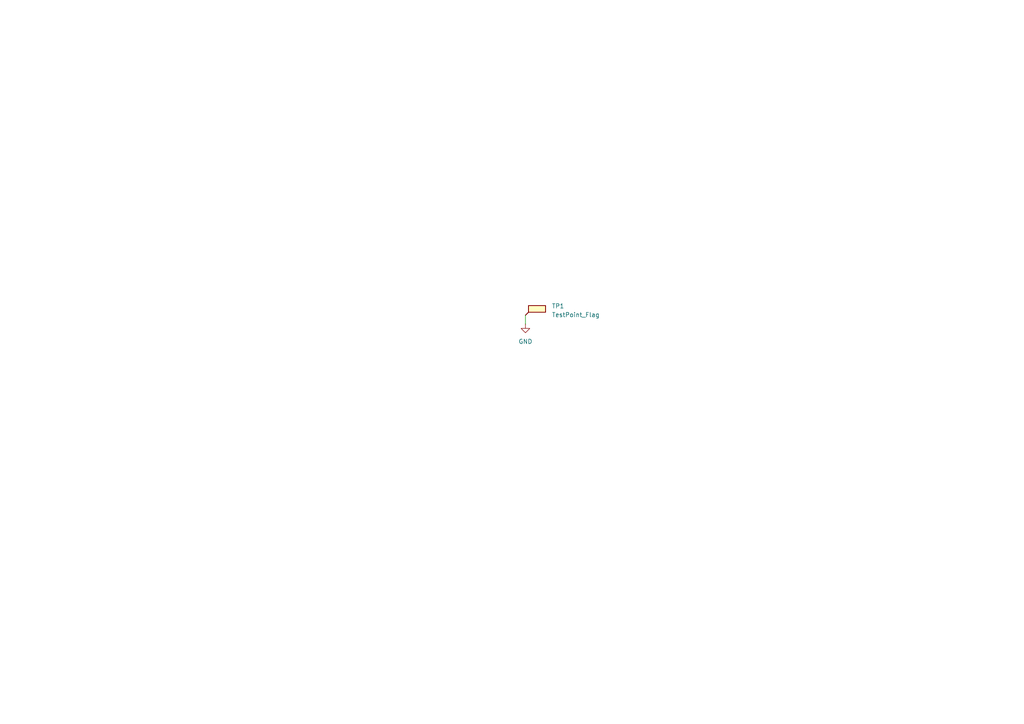
<source format=kicad_sch>
(kicad_sch (version 20250114) (generator "eeschema") (generator_version "9.0")
  (paper "A4")
  (lib_symbols
    (symbol "Connector:TestPoint_Flag" (pin_numbers (hide yes)) (pin_names (offset 0.762) (hide yes))
      (property "Reference" "TP" (at 3.429 1.778 0))
      (property "Value" "TestPoint_Flag" (at 3.302 4.191 0))
      (symbol "TestPoint_Flag_0_1"
        (polyline (pts (xy 0 0) (xy 0.889 0.889)) (stroke (width 0.254)))
        (rectangle (start 0.889 2.794) (end 5.842 0.889) (stroke (width 0.254)) (fill (type background)))
      )
      (symbol "TestPoint_Flag_1_1"
        (pin passive line (at 0 0 90) (length 0) (name "1") (number "1"))
      )
    )
    (symbol "power:GND" (power) (pin_numbers (hide yes)) (pin_names (offset 0) (hide yes))
      (property "Value" "GND" (at 0 -3.81 0))
      (symbol "GND_0_1"
        (polyline (pts (xy 0 0) (xy 0 -1.27) (xy 1.27 -1.27) (xy 0 -2.54) (xy -1.27 -1.27) (xy 0 -1.27)))
      )
      (symbol "GND_1_1"
        (pin power_in line (at 0 0 270) (length 0) (name "~") (number "1"))
      )
    )
  )
  (wire (pts (xy 152.4 91.44) (xy 152.4 93.98)))
  (symbol (lib_id "power:GND") (at 152.4 93.98 0) (unit 1)
    (property "Reference" "#PWR01" (effects (hide yes)))
    (property "Value" "GND" (at 152.4 99.06 0))
    (property "Description" "Power symbol creates a global label with name \"GND\" , ground" (effects (hide yes)))
  )
  (symbol (lib_id "Connector:TestPoint_Flag") (at 152.4 91.44 0) (unit 1)
    (property "Reference" "TP1" (at 160.02 88.7729 0) (effects (justify left)))
    (property "Value" "TestPoint_Flag" (at 160.02 91.3129 0) (effects (justify left)))
    (property "Footprint" "TestPoint:TestPoint_Keystone_5015_Micro_Mini" (effects (hide yes)))
    (property "Description" "test point (alternative flag-style design)" (effects (hide yes)))
  )
)
</source>
